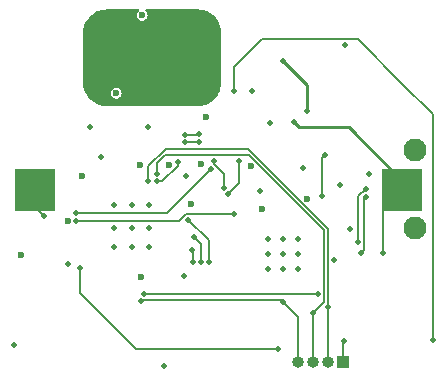
<source format=gbr>
%TF.GenerationSoftware,KiCad,Pcbnew,(6.0.0)*%
%TF.CreationDate,2022-05-13T17:38:04+01:00*%
%TF.ProjectId,Tracer,54726163-6572-42e6-9b69-6361645f7063,D*%
%TF.SameCoordinates,Original*%
%TF.FileFunction,Copper,L4,Bot*%
%TF.FilePolarity,Positive*%
%FSLAX46Y46*%
G04 Gerber Fmt 4.6, Leading zero omitted, Abs format (unit mm)*
G04 Created by KiCad (PCBNEW (6.0.0)) date 2022-05-13 17:38:04*
%MOMM*%
%LPD*%
G01*
G04 APERTURE LIST*
%TA.AperFunction,ComponentPad*%
%ADD10R,1.000000X1.000000*%
%TD*%
%TA.AperFunction,ComponentPad*%
%ADD11O,1.000000X1.000000*%
%TD*%
%TA.AperFunction,SMDPad,CuDef*%
%ADD12R,3.400000X3.600000*%
%TD*%
%TA.AperFunction,ComponentPad*%
%ADD13C,1.950000*%
%TD*%
%TA.AperFunction,ViaPad*%
%ADD14C,0.500000*%
%TD*%
%TA.AperFunction,ViaPad*%
%ADD15C,0.600000*%
%TD*%
%TA.AperFunction,Conductor*%
%ADD16C,0.150000*%
%TD*%
%TA.AperFunction,Conductor*%
%ADD17C,0.250000*%
%TD*%
%TA.AperFunction,Conductor*%
%ADD18C,0.200000*%
%TD*%
G04 APERTURE END LIST*
D10*
%TO.P,J2,1,Pin_1*%
%TO.N,DTR*%
X157400000Y-110900000D03*
D11*
%TO.P,J2,2,Pin_2*%
%TO.N,U0RXD*%
X156130000Y-110900000D03*
%TO.P,J2,3,Pin_3*%
%TO.N,U0TXD*%
X154860000Y-110900000D03*
%TO.P,J2,4,Pin_4*%
%TO.N,RTS*%
X153590000Y-110900000D03*
%TD*%
D12*
%TO.P,BT1,1,+*%
%TO.N,Net-(BT1-Pad1)*%
X162400000Y-96300000D03*
%TO.P,BT1,2,-*%
%TO.N,GND*%
X131300000Y-96300000D03*
%TD*%
D13*
%TO.P,J1,MH1,MH1*%
%TO.N,unconnected-(J1-PadMH1)*%
X163475000Y-99500000D03*
%TO.P,J1,MH2,MH2*%
%TO.N,unconnected-(J1-PadMH2)*%
X163475000Y-92900000D03*
%TD*%
D14*
%TO.N,+BATT*%
X148200000Y-87900000D03*
%TO.N,Net-(BT1-Pad1)*%
X153200000Y-90500000D03*
%TO.N,+BATT*%
X165000000Y-109000000D03*
%TO.N,D+*%
X159300000Y-96200000D03*
X158660506Y-100700000D03*
%TO.N,DTR*%
X157500000Y-109100000D03*
%TO.N,Net-(BT1-Pad1)*%
X160800000Y-101600000D03*
%TO.N,GND*%
X138000000Y-101100000D03*
X139500000Y-97600000D03*
X138000000Y-99550000D03*
X136135000Y-83080000D03*
X151200000Y-90600000D03*
X146295000Y-88160000D03*
X143755000Y-83080000D03*
X157950000Y-99600000D03*
X136900000Y-93500000D03*
X151060000Y-102950000D03*
X151060000Y-101680000D03*
X141000000Y-101100000D03*
X149679122Y-87879122D03*
X146295000Y-83080000D03*
X153600000Y-102950000D03*
X152330000Y-100410000D03*
X143900000Y-103600000D03*
X139500000Y-101100000D03*
X140850000Y-90950000D03*
X143755000Y-88160000D03*
X154000000Y-94400000D03*
X135950000Y-90950000D03*
X141000000Y-99550000D03*
X150400000Y-96400000D03*
X134100000Y-102600000D03*
X151060000Y-100410000D03*
X141000000Y-97600000D03*
X157600000Y-84000000D03*
X159600000Y-94900000D03*
X152330000Y-102950000D03*
X156600000Y-102250000D03*
X141215000Y-85620000D03*
X142200000Y-111200000D03*
X141215000Y-88160000D03*
X129500000Y-109400000D03*
X157100000Y-95850000D03*
X144100000Y-95100000D03*
X132100000Y-98500000D03*
X152330000Y-101680000D03*
X139500000Y-99550000D03*
X138000000Y-97600000D03*
X153600000Y-101680000D03*
X153600000Y-100410000D03*
X136135000Y-88160000D03*
D15*
%TO.N,+3V3*%
X140200000Y-94200000D03*
X140300000Y-103700000D03*
X142700000Y-94200000D03*
X140395000Y-81500000D03*
X135300000Y-95100000D03*
X154332671Y-97067329D03*
X138195000Y-88100000D03*
X145400000Y-94100000D03*
X134100000Y-98900000D03*
X150500000Y-97900000D03*
X144500000Y-97500000D03*
X130100000Y-101800000D03*
X145750000Y-90150000D03*
X149600000Y-94300000D03*
D14*
%TO.N,GPIO10*%
X145400000Y-102400000D03*
X144800000Y-100300000D03*
%TO.N,GPIO17*%
X144600000Y-101370500D03*
X144700000Y-102369500D03*
%TO.N,GPIO7*%
X144300000Y-98800000D03*
X146049503Y-102400000D03*
%TO.N,GPIO36*%
X146200000Y-94500000D03*
X134800000Y-98250497D03*
%TO.N,GPIO37*%
X134800000Y-98900000D03*
X148200000Y-98300000D03*
%TO.N,VUSB*%
X155600000Y-96800000D03*
X155900000Y-93300000D03*
%TO.N,GPIO18*%
X144025500Y-91600000D03*
X145200000Y-91550497D03*
X148600000Y-93800000D03*
X147634166Y-96656944D03*
%TO.N,GPIO23*%
X147300000Y-96100000D03*
X145200000Y-92200000D03*
X144025500Y-92249503D03*
X146500000Y-93800000D03*
%TO.N,GPIO19*%
X141600000Y-95549503D03*
X143400000Y-93900000D03*
%TO.N,U0RXD*%
X156100000Y-106200000D03*
X140900000Y-95500000D03*
%TO.N,Net-(D4-Pad1)*%
X154300000Y-89600000D03*
X152300000Y-85400000D03*
%TO.N,D-*%
X158925500Y-101650000D03*
X159352334Y-96900000D03*
%TO.N,U0TXD*%
X141600000Y-94900000D03*
X154860000Y-106689022D03*
%TO.N,RTS*%
X152300000Y-105800000D03*
X140294609Y-105716172D03*
%TO.N,DTR*%
X140500000Y-105100000D03*
X155300000Y-105100000D03*
%TO.N,GPIO35*%
X135100000Y-102900000D03*
X151900000Y-109800000D03*
%TD*%
D16*
%TO.N,+BATT*%
X150525489Y-83525489D02*
X148200000Y-85850978D01*
X148200000Y-85850978D02*
X148200000Y-87900000D01*
X158625489Y-83525489D02*
X150525489Y-83525489D01*
D17*
%TO.N,Net-(BT1-Pad1)*%
X153700000Y-91000000D02*
X153200000Y-90500000D01*
X154600000Y-91000000D02*
X153700000Y-91000000D01*
X154600000Y-91000000D02*
X157900000Y-91000000D01*
D16*
%TO.N,+BATT*%
X162400000Y-87300000D02*
X158625489Y-83525489D01*
X165000000Y-109000000D02*
X165000000Y-89900000D01*
X165000000Y-89900000D02*
X162400000Y-87300000D01*
D18*
%TO.N,D+*%
X158660506Y-96839494D02*
X159300000Y-96200000D01*
X158660506Y-100700000D02*
X158660506Y-96839494D01*
%TO.N,D-*%
X159160006Y-101415494D02*
X158925500Y-101650000D01*
X159160006Y-96978725D02*
X159160006Y-101415494D01*
X159238731Y-96900000D02*
X159160006Y-96978725D01*
X159352334Y-96900000D02*
X159238731Y-96900000D01*
D17*
%TO.N,Net-(BT1-Pad1)*%
X157900000Y-91000000D02*
X162400000Y-95500000D01*
D16*
%TO.N,RTS*%
X153590000Y-110900000D02*
X153590000Y-107090000D01*
X153590000Y-107090000D02*
X152300000Y-105800000D01*
%TO.N,U0TXD*%
X154860000Y-106689022D02*
X154860000Y-110900000D01*
%TO.N,U0RXD*%
X156100000Y-106200000D02*
X156100000Y-110870000D01*
%TO.N,DTR*%
X157400000Y-109200000D02*
X157400000Y-110900000D01*
X157500000Y-109100000D02*
X157400000Y-109200000D01*
%TO.N,Net-(BT1-Pad1)*%
X160800000Y-101600000D02*
X160800000Y-97845000D01*
%TO.N,GND*%
X132100000Y-98500000D02*
X131245000Y-97645000D01*
%TO.N,GPIO10*%
X145400000Y-100900000D02*
X144800000Y-100300000D01*
X145400000Y-102400000D02*
X145400000Y-100900000D01*
%TO.N,GPIO17*%
X144700000Y-102369500D02*
X144700000Y-101470500D01*
X144700000Y-101470500D02*
X144600000Y-101370500D01*
%TO.N,GPIO7*%
X146049503Y-100549503D02*
X144300000Y-98800000D01*
X146049503Y-102400000D02*
X146049503Y-100549503D01*
%TO.N,GPIO36*%
X134800000Y-98250497D02*
X142449503Y-98250497D01*
X142449503Y-98250497D02*
X146200000Y-94500000D01*
%TO.N,GPIO37*%
X144128939Y-98300000D02*
X148200000Y-98300000D01*
X143528939Y-98900000D02*
X144128939Y-98300000D01*
X134800000Y-98900000D02*
X143528939Y-98900000D01*
%TO.N,VUSB*%
X155600000Y-93600000D02*
X155900000Y-93300000D01*
X155600000Y-96800000D02*
X155600000Y-93600000D01*
%TO.N,GPIO18*%
X147634166Y-96656944D02*
X148600000Y-95691110D01*
X144025500Y-91600000D02*
X145150497Y-91600000D01*
X145150497Y-91600000D02*
X145200000Y-91550497D01*
X148600000Y-95691110D02*
X148600000Y-93800000D01*
%TO.N,GPIO23*%
X147300000Y-96100000D02*
X147300000Y-94928939D01*
X144025500Y-92249503D02*
X145150497Y-92249503D01*
X145150497Y-92249503D02*
X145200000Y-92200000D01*
X146500000Y-94128939D02*
X146500000Y-93800000D01*
X147300000Y-94928939D02*
X146500000Y-94128939D01*
%TO.N,GPIO19*%
X142092269Y-95549503D02*
X143400000Y-94241772D01*
X141600000Y-95549503D02*
X142092269Y-95549503D01*
X143400000Y-94241772D02*
X143400000Y-93900000D01*
%TO.N,U0RXD*%
X140900000Y-94300000D02*
X142400000Y-92800000D01*
X156100000Y-99576414D02*
X156100000Y-106200000D01*
X142400000Y-92800000D02*
X149323586Y-92800000D01*
X149323586Y-92800000D02*
X156100000Y-99576414D01*
X140900000Y-95500000D02*
X140900000Y-94300000D01*
D17*
%TO.N,Net-(D4-Pad1)*%
X154300000Y-89600000D02*
X154300000Y-87400000D01*
X154300000Y-87400000D02*
X152300000Y-85400000D01*
D16*
%TO.N,U0TXD*%
X142298097Y-93325489D02*
X149425489Y-93325489D01*
X141600000Y-94900000D02*
X141600000Y-94023586D01*
X155774511Y-105774511D02*
X154860000Y-106689022D01*
X141600000Y-94023586D02*
X142298097Y-93325489D01*
X149425489Y-93325489D02*
X155774511Y-99674511D01*
X155774511Y-99674511D02*
X155774511Y-105774511D01*
%TO.N,RTS*%
X140369028Y-105641753D02*
X152141753Y-105641753D01*
X140369028Y-105641753D02*
X140294609Y-105716172D01*
X152141753Y-105641753D02*
X152300000Y-105800000D01*
%TO.N,DTR*%
X155300000Y-105100000D02*
X140500000Y-105100000D01*
%TO.N,GPIO35*%
X135100000Y-102900000D02*
X135100000Y-105000000D01*
X139900000Y-109800000D02*
X151900000Y-109800000D01*
X135100000Y-105000000D02*
X139900000Y-109800000D01*
%TD*%
%TA.AperFunction,Conductor*%
%TO.N,GND*%
G36*
X140134747Y-81017313D02*
G01*
X140160057Y-81061150D01*
X140151267Y-81111000D01*
X140126669Y-81136584D01*
X140100019Y-81153399D01*
X140096531Y-81157348D01*
X140096529Y-81157350D01*
X140093288Y-81161020D01*
X140014596Y-81250122D01*
X140012357Y-81254891D01*
X140012355Y-81254894D01*
X139984156Y-81314957D01*
X139959754Y-81366932D01*
X139939901Y-81494440D01*
X139940584Y-81499663D01*
X139940584Y-81499666D01*
X139941708Y-81508257D01*
X139956633Y-81622394D01*
X140008605Y-81740510D01*
X140091639Y-81839291D01*
X140199060Y-81910796D01*
X140204092Y-81912368D01*
X140204094Y-81912369D01*
X140239281Y-81923362D01*
X140322233Y-81949278D01*
X140327501Y-81949375D01*
X140327504Y-81949375D01*
X140381552Y-81950365D01*
X140451255Y-81951643D01*
X140456338Y-81950257D01*
X140456340Y-81950257D01*
X140570671Y-81919086D01*
X140575755Y-81917700D01*
X140685724Y-81850179D01*
X140772322Y-81754507D01*
X140828588Y-81638375D01*
X140849997Y-81511120D01*
X140850133Y-81500000D01*
X140831839Y-81372259D01*
X140808378Y-81320659D01*
X140780610Y-81259586D01*
X140780608Y-81259583D01*
X140778428Y-81254788D01*
X140771003Y-81246170D01*
X140697633Y-81161020D01*
X140697632Y-81161019D01*
X140694193Y-81157028D01*
X140689774Y-81154164D01*
X140689772Y-81154162D01*
X140661900Y-81136097D01*
X140631401Y-81095698D01*
X140634006Y-81045146D01*
X140668496Y-81008095D01*
X140702149Y-81000000D01*
X145092364Y-81000000D01*
X145097642Y-81000189D01*
X145374347Y-81019979D01*
X145384797Y-81021481D01*
X145653297Y-81079890D01*
X145663427Y-81082865D01*
X145768878Y-81122196D01*
X145920876Y-81178888D01*
X145930471Y-81183270D01*
X146171638Y-81314957D01*
X146180511Y-81320659D01*
X146384426Y-81473309D01*
X146400485Y-81485330D01*
X146408464Y-81492244D01*
X146602756Y-81686536D01*
X146609670Y-81694515D01*
X146774341Y-81914489D01*
X146780043Y-81923362D01*
X146911728Y-82164525D01*
X146916114Y-82174129D01*
X147012135Y-82431573D01*
X147015110Y-82441703D01*
X147073519Y-82710203D01*
X147075021Y-82720654D01*
X147094811Y-82997357D01*
X147095000Y-83002636D01*
X147095000Y-87197364D01*
X147094811Y-87202643D01*
X147075021Y-87479346D01*
X147073519Y-87489797D01*
X147015110Y-87758297D01*
X147012135Y-87768427D01*
X146936154Y-87972142D01*
X146916114Y-88025871D01*
X146911730Y-88035471D01*
X146803777Y-88233173D01*
X146780046Y-88276633D01*
X146774341Y-88285511D01*
X146662243Y-88435256D01*
X146609670Y-88505485D01*
X146602756Y-88513464D01*
X146408464Y-88707756D01*
X146400485Y-88714670D01*
X146180511Y-88879341D01*
X146171638Y-88885043D01*
X145930471Y-89016730D01*
X145920876Y-89021112D01*
X145768878Y-89077804D01*
X145663427Y-89117135D01*
X145653297Y-89120110D01*
X145384797Y-89178519D01*
X145374347Y-89180021D01*
X145097643Y-89199811D01*
X145092364Y-89200000D01*
X137397636Y-89200000D01*
X137392357Y-89199811D01*
X137115653Y-89180021D01*
X137105203Y-89178519D01*
X136836703Y-89120110D01*
X136826573Y-89117135D01*
X136721122Y-89077804D01*
X136569124Y-89021112D01*
X136559529Y-89016730D01*
X136318362Y-88885043D01*
X136309489Y-88879341D01*
X136089515Y-88714670D01*
X136081536Y-88707756D01*
X135887244Y-88513464D01*
X135880330Y-88505485D01*
X135827757Y-88435256D01*
X135715659Y-88285511D01*
X135709954Y-88276633D01*
X135686224Y-88233173D01*
X135610470Y-88094440D01*
X137739901Y-88094440D01*
X137740584Y-88099663D01*
X137740584Y-88099666D01*
X137741708Y-88108257D01*
X137756633Y-88222394D01*
X137808605Y-88340510D01*
X137891639Y-88439291D01*
X137999060Y-88510796D01*
X138004092Y-88512368D01*
X138004094Y-88512369D01*
X138039714Y-88523497D01*
X138122233Y-88549278D01*
X138127501Y-88549375D01*
X138127504Y-88549375D01*
X138181552Y-88550365D01*
X138251255Y-88551643D01*
X138256338Y-88550257D01*
X138256340Y-88550257D01*
X138370671Y-88519086D01*
X138375755Y-88517700D01*
X138485724Y-88450179D01*
X138572322Y-88354507D01*
X138628588Y-88238375D01*
X138649997Y-88111120D01*
X138650133Y-88100000D01*
X138631839Y-87972259D01*
X138578428Y-87854788D01*
X138571003Y-87846170D01*
X138497633Y-87761020D01*
X138497632Y-87761019D01*
X138494193Y-87757028D01*
X138489774Y-87754164D01*
X138489772Y-87754162D01*
X138390329Y-87689708D01*
X138390330Y-87689708D01*
X138385906Y-87686841D01*
X138380857Y-87685331D01*
X138380855Y-87685330D01*
X138267326Y-87651377D01*
X138267325Y-87651377D01*
X138262273Y-87649866D01*
X138196771Y-87649466D01*
X138138501Y-87649110D01*
X138138500Y-87649110D01*
X138133231Y-87649078D01*
X138009155Y-87684539D01*
X137900019Y-87753399D01*
X137896531Y-87757348D01*
X137896529Y-87757350D01*
X137860845Y-87797755D01*
X137814596Y-87850122D01*
X137812357Y-87854891D01*
X137812355Y-87854894D01*
X137768892Y-87947469D01*
X137759754Y-87966932D01*
X137739901Y-88094440D01*
X135610470Y-88094440D01*
X135578270Y-88035471D01*
X135573886Y-88025871D01*
X135553847Y-87972142D01*
X135477865Y-87768427D01*
X135474890Y-87758297D01*
X135416481Y-87489797D01*
X135414979Y-87479346D01*
X135395189Y-87202643D01*
X135395000Y-87197364D01*
X135395000Y-83002636D01*
X135395189Y-82997357D01*
X135414979Y-82720654D01*
X135416481Y-82710203D01*
X135474890Y-82441703D01*
X135477865Y-82431573D01*
X135573886Y-82174129D01*
X135578272Y-82164525D01*
X135709957Y-81923362D01*
X135715659Y-81914489D01*
X135880330Y-81694515D01*
X135887244Y-81686536D01*
X136081536Y-81492244D01*
X136089515Y-81485330D01*
X136105574Y-81473309D01*
X136309489Y-81320659D01*
X136318362Y-81314957D01*
X136559529Y-81183270D01*
X136569124Y-81178888D01*
X136721122Y-81122196D01*
X136826573Y-81082865D01*
X136836703Y-81079890D01*
X137105203Y-81021481D01*
X137115653Y-81019979D01*
X137392358Y-81000189D01*
X137397636Y-81000000D01*
X140087181Y-81000000D01*
X140134747Y-81017313D01*
G37*
%TD.AperFunction*%
%TD*%
M02*

</source>
